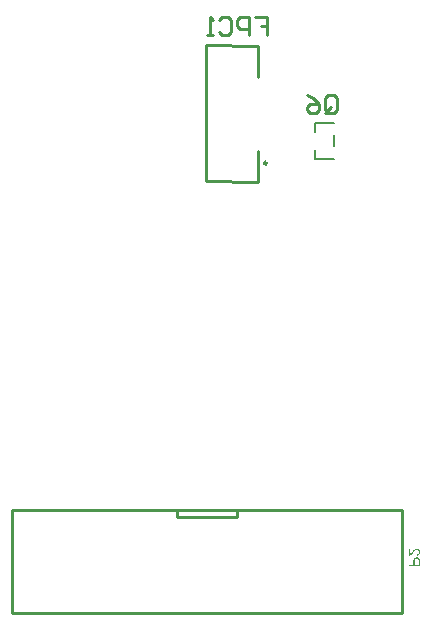
<source format=gbo>
G04*
G04 #@! TF.GenerationSoftware,Altium Limited,Altium Designer,23.10.1 (27)*
G04*
G04 Layer_Color=32896*
%FSLAX44Y44*%
%MOMM*%
G71*
G04*
G04 #@! TF.SameCoordinates,25226DB3-9521-4D1C-9E54-C7AF66E27BCA*
G04*
G04*
G04 #@! TF.FilePolarity,Positive*
G04*
G01*
G75*
%ADD10C,0.2540*%
%ADD11C,0.1270*%
G36*
X501037Y-139416D02*
X501159Y-139341D01*
X501272Y-139256D01*
X501375Y-139171D01*
X501478Y-139096D01*
X501553Y-139021D01*
X501619Y-138965D01*
X501666Y-138927D01*
X501676Y-138918D01*
X501741Y-138852D01*
X501826Y-138767D01*
X501911Y-138673D01*
X502005Y-138570D01*
X502211Y-138344D01*
X502418Y-138109D01*
X502606Y-137884D01*
X502691Y-137790D01*
X502756Y-137696D01*
X502822Y-137630D01*
X502869Y-137574D01*
X502897Y-137536D01*
X502907Y-137527D01*
X503104Y-137292D01*
X503292Y-137076D01*
X503471Y-136878D01*
X503630Y-136700D01*
X503790Y-136531D01*
X503931Y-136380D01*
X504053Y-136239D01*
X504175Y-136126D01*
X504269Y-136014D01*
X504364Y-135929D01*
X504439Y-135854D01*
X504504Y-135788D01*
X504551Y-135741D01*
X504589Y-135713D01*
X504608Y-135694D01*
X504617Y-135685D01*
X504852Y-135487D01*
X505068Y-135328D01*
X505275Y-135187D01*
X505454Y-135074D01*
X505604Y-134989D01*
X505660Y-134961D01*
X505717Y-134933D01*
X505754Y-134914D01*
X505783Y-134895D01*
X505801Y-134886D01*
X505811D01*
X506027Y-134801D01*
X506234Y-134745D01*
X506431Y-134698D01*
X506600Y-134670D01*
X506750Y-134651D01*
X506816D01*
X506863Y-134642D01*
X506910D01*
X506939D01*
X506957D01*
X506967D01*
X507183Y-134651D01*
X507380Y-134679D01*
X507578Y-134717D01*
X507756Y-134773D01*
X507925Y-134830D01*
X508085Y-134905D01*
X508235Y-134980D01*
X508367Y-135055D01*
X508489Y-135130D01*
X508593Y-135205D01*
X508686Y-135281D01*
X508762Y-135337D01*
X508828Y-135393D01*
X508865Y-135431D01*
X508893Y-135459D01*
X508903Y-135469D01*
X509044Y-135628D01*
X509156Y-135798D01*
X509269Y-135976D01*
X509354Y-136164D01*
X509429Y-136343D01*
X509495Y-136531D01*
X509542Y-136709D01*
X509589Y-136888D01*
X509617Y-137048D01*
X509645Y-137198D01*
X509655Y-137339D01*
X509673Y-137452D01*
Y-137555D01*
X509683Y-137621D01*
Y-137687D01*
X509673Y-137940D01*
X509655Y-138185D01*
X509617Y-138410D01*
X509570Y-138617D01*
X509514Y-138814D01*
X509457Y-139002D01*
X509391Y-139162D01*
X509326Y-139312D01*
X509250Y-139453D01*
X509185Y-139566D01*
X509128Y-139670D01*
X509072Y-139754D01*
X509025Y-139820D01*
X508987Y-139867D01*
X508969Y-139895D01*
X508959Y-139904D01*
X508818Y-140055D01*
X508658Y-140186D01*
X508499Y-140299D01*
X508329Y-140402D01*
X508151Y-140487D01*
X507982Y-140572D01*
X507803Y-140638D01*
X507643Y-140684D01*
X507484Y-140731D01*
X507333Y-140769D01*
X507202Y-140797D01*
X507089Y-140825D01*
X506995Y-140835D01*
X506920Y-140844D01*
X506882Y-140854D01*
X506863D01*
X506741Y-139622D01*
X506910Y-139613D01*
X507061Y-139604D01*
X507211Y-139576D01*
X507352Y-139538D01*
X507474Y-139500D01*
X507596Y-139463D01*
X507700Y-139416D01*
X507794Y-139359D01*
X507888Y-139312D01*
X507963Y-139265D01*
X508019Y-139228D01*
X508076Y-139190D01*
X508113Y-139153D01*
X508142Y-139124D01*
X508160Y-139115D01*
X508170Y-139106D01*
X508264Y-139002D01*
X508339Y-138899D01*
X508414Y-138786D01*
X508470Y-138664D01*
X508564Y-138438D01*
X508621Y-138213D01*
X508639Y-138109D01*
X508658Y-138015D01*
X508668Y-137931D01*
X508677Y-137856D01*
X508686Y-137799D01*
Y-137715D01*
X508677Y-137564D01*
X508668Y-137423D01*
X508611Y-137160D01*
X508536Y-136935D01*
X508489Y-136831D01*
X508442Y-136747D01*
X508395Y-136662D01*
X508348Y-136596D01*
X508311Y-136531D01*
X508273Y-136484D01*
X508245Y-136446D01*
X508217Y-136408D01*
X508207Y-136399D01*
X508198Y-136390D01*
X508104Y-136296D01*
X508010Y-136220D01*
X507906Y-136145D01*
X507803Y-136089D01*
X507606Y-135995D01*
X507418Y-135939D01*
X507249Y-135901D01*
X507174Y-135892D01*
X507117Y-135882D01*
X507061Y-135873D01*
X507023D01*
X507004D01*
X506995D01*
X506863Y-135882D01*
X506741Y-135901D01*
X506610Y-135929D01*
X506487Y-135957D01*
X506243Y-136051D01*
X506027Y-136155D01*
X505924Y-136211D01*
X505830Y-136258D01*
X505754Y-136305D01*
X505689Y-136352D01*
X505632Y-136380D01*
X505595Y-136408D01*
X505566Y-136427D01*
X505557Y-136437D01*
X505407Y-136549D01*
X505247Y-136690D01*
X505087Y-136841D01*
X504908Y-137010D01*
X504570Y-137367D01*
X504241Y-137724D01*
X504081Y-137893D01*
X503941Y-138053D01*
X503818Y-138203D01*
X503706Y-138335D01*
X503612Y-138438D01*
X503546Y-138523D01*
X503508Y-138570D01*
X503489Y-138589D01*
X503330Y-138777D01*
X503179Y-138946D01*
X503038Y-139115D01*
X502897Y-139265D01*
X502775Y-139406D01*
X502644Y-139538D01*
X502531Y-139651D01*
X502427Y-139754D01*
X502333Y-139848D01*
X502249Y-139933D01*
X502183Y-139998D01*
X502117Y-140055D01*
X502070Y-140102D01*
X502033Y-140130D01*
X502014Y-140149D01*
X502005Y-140158D01*
X501770Y-140346D01*
X501535Y-140506D01*
X501319Y-140647D01*
X501121Y-140750D01*
X500961Y-140835D01*
X500886Y-140872D01*
X500830Y-140901D01*
X500783Y-140919D01*
X500745Y-140938D01*
X500726Y-140948D01*
X500717D01*
X500567Y-140995D01*
X500416Y-141032D01*
X500275Y-141051D01*
X500153Y-141070D01*
X500050Y-141079D01*
X499965D01*
X499909D01*
X499899D01*
X499890D01*
Y-134632D01*
X501037D01*
Y-139416D01*
D02*
G37*
G36*
X507080Y-142094D02*
X507333Y-142132D01*
X507549Y-142179D01*
X507747Y-142235D01*
X507841Y-142263D01*
X507916Y-142291D01*
X507982Y-142320D01*
X508038Y-142338D01*
X508085Y-142357D01*
X508113Y-142376D01*
X508132Y-142386D01*
X508142D01*
X508358Y-142498D01*
X508546Y-142630D01*
X508715Y-142761D01*
X508846Y-142884D01*
X508950Y-142996D01*
X509025Y-143081D01*
X509053Y-143119D01*
X509072Y-143147D01*
X509091Y-143156D01*
Y-143166D01*
X509203Y-143354D01*
X509307Y-143560D01*
X509382Y-143758D01*
X509448Y-143946D01*
X509495Y-144115D01*
X509514Y-144190D01*
X509523Y-144246D01*
X509542Y-144303D01*
Y-144340D01*
X509551Y-144359D01*
Y-144368D01*
X509570Y-144472D01*
X509579Y-144585D01*
X509608Y-144820D01*
X509626Y-145064D01*
X509636Y-145308D01*
Y-145412D01*
X509645Y-145515D01*
Y-149528D01*
X499890D01*
Y-148240D01*
X503856D01*
Y-145741D01*
X503865Y-145365D01*
X503894Y-145026D01*
X503931Y-144707D01*
X503988Y-144425D01*
X504053Y-144162D01*
X504128Y-143927D01*
X504204Y-143720D01*
X504288Y-143532D01*
X504364Y-143382D01*
X504439Y-143241D01*
X504514Y-143128D01*
X504580Y-143043D01*
X504636Y-142968D01*
X504674Y-142921D01*
X504702Y-142893D01*
X504711Y-142884D01*
X504880Y-142743D01*
X505050Y-142620D01*
X505228Y-142517D01*
X505407Y-142423D01*
X505585Y-142348D01*
X505754Y-142282D01*
X505924Y-142226D01*
X506093Y-142188D01*
X506243Y-142151D01*
X506375Y-142122D01*
X506506Y-142113D01*
X506610Y-142094D01*
X506694D01*
X506760Y-142085D01*
X506807D01*
X506816D01*
X507080Y-142094D01*
D02*
G37*
%LPC*%
G36*
X506882Y-143419D02*
X506835D01*
X506807D01*
X506788D01*
X506779D01*
X506628Y-143429D01*
X506478Y-143438D01*
X506215Y-143504D01*
X506102Y-143541D01*
X505989Y-143588D01*
X505895Y-143636D01*
X505801Y-143682D01*
X505726Y-143729D01*
X505660Y-143776D01*
X505595Y-143823D01*
X505548Y-143861D01*
X505510Y-143899D01*
X505482Y-143927D01*
X505472Y-143936D01*
X505463Y-143946D01*
X505378Y-144049D01*
X505313Y-144171D01*
X505247Y-144303D01*
X505200Y-144444D01*
X505115Y-144735D01*
X505059Y-145026D01*
X505040Y-145167D01*
X505031Y-145299D01*
X505021Y-145412D01*
X505012Y-145515D01*
X505003Y-145600D01*
Y-148240D01*
X508499D01*
Y-145449D01*
X508489Y-145318D01*
X508480Y-145196D01*
Y-145083D01*
X508470Y-144989D01*
X508461Y-144895D01*
X508452Y-144820D01*
X508442Y-144754D01*
X508433Y-144697D01*
X508423Y-144650D01*
Y-144613D01*
X508405Y-144566D01*
Y-144547D01*
X508339Y-144368D01*
X508254Y-144209D01*
X508160Y-144068D01*
X508057Y-143946D01*
X507972Y-143852D01*
X507897Y-143786D01*
X507841Y-143739D01*
X507831Y-143729D01*
X507822D01*
X507653Y-143626D01*
X507474Y-143551D01*
X507305Y-143495D01*
X507136Y-143457D01*
X506995Y-143438D01*
X506939Y-143429D01*
X506882Y-143419D01*
D02*
G37*
%LPD*%
D10*
X380106Y191671D02*
G03*
X380106Y191671I-1270J0D01*
G01*
X372422Y176097D02*
Y202226D01*
Y264847D02*
Y291215D01*
X328146Y176530D02*
Y291549D01*
X328238Y291592D02*
X372422Y291215D01*
X328208Y176382D02*
X372393Y176005D01*
X354602Y-107544D02*
Y-101644D01*
X303802Y-107544D02*
X354602D01*
X303802D02*
Y-101644D01*
X163952D02*
X494452D01*
X163952Y-189644D02*
X494452D01*
Y-101644D01*
X163952Y-189644D02*
Y-101644D01*
X428867Y236465D02*
Y246622D01*
X431407Y249161D01*
X436485D01*
X439024Y246622D01*
Y236465D01*
X436485Y233926D01*
X431407D01*
X433946Y239004D02*
X428867Y233926D01*
X431407D02*
X428867Y236465D01*
X413632Y249161D02*
X418711Y246622D01*
X423789Y241544D01*
Y236465D01*
X421250Y233926D01*
X416171D01*
X413632Y236465D01*
Y239004D01*
X416171Y241544D01*
X423789D01*
X369939Y315709D02*
X380096D01*
Y308092D01*
X375018D01*
X380096D01*
Y300474D01*
X364861D02*
Y315709D01*
X357243D01*
X354704Y313170D01*
Y308092D01*
X357243Y305552D01*
X364861D01*
X339469Y313170D02*
X342008Y315709D01*
X347087D01*
X349626Y313170D01*
Y303013D01*
X347087Y300474D01*
X342008D01*
X339469Y303013D01*
X334391Y300474D02*
X329312D01*
X331852D01*
Y315709D01*
X334391Y313170D01*
D11*
X421068Y225566D02*
X437068D01*
X421068Y195566D02*
X437068D01*
Y206066D02*
Y215066D01*
X421068Y218066D02*
Y225566D01*
Y195566D02*
Y203066D01*
M02*

</source>
